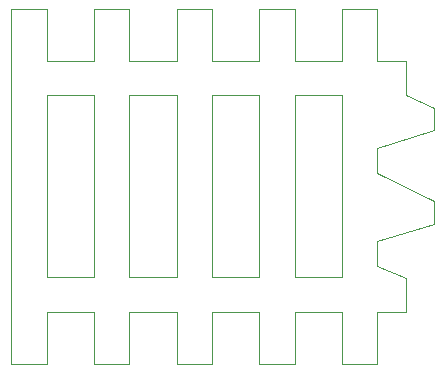
<source format=gbr>
%TF.GenerationSoftware,KiCad,Pcbnew,(6.0.9)*%
%TF.CreationDate,2023-04-18T10:07:27+02:00*%
%TF.ProjectId,midi-biels-2,6d696469-2d62-4696-956c-732d322e6b69,rev?*%
%TF.SameCoordinates,Original*%
%TF.FileFunction,Profile,NP*%
%FSLAX46Y46*%
G04 Gerber Fmt 4.6, Leading zero omitted, Abs format (unit mm)*
G04 Created by KiCad (PCBNEW (6.0.9)) date 2023-04-18 10:07:27*
%MOMM*%
%LPD*%
G01*
G04 APERTURE LIST*
%TA.AperFunction,Profile*%
%ADD10C,0.100000*%
%TD*%
G04 APERTURE END LIST*
D10*
X48100000Y-63450000D02*
X48100000Y-48050000D01*
X48100000Y-70750000D02*
X48100000Y-66350000D01*
X66100000Y-66350000D02*
X62100000Y-66350000D01*
X52100000Y-63450000D02*
X48100000Y-63450000D01*
X45100000Y-40750000D02*
X45100000Y-45150000D01*
X80900000Y-49100000D02*
X78500000Y-48050000D01*
X62100000Y-63450000D02*
X62100000Y-48050000D01*
X59100000Y-66350000D02*
X55100000Y-66350000D01*
X73100000Y-66350000D02*
X69100000Y-66350000D01*
X59100000Y-63450000D02*
X59100000Y-48050000D01*
X76100000Y-60400000D02*
X76100000Y-62500000D01*
X52100000Y-40750000D02*
X55100000Y-40750000D01*
X48100000Y-70750000D02*
X45100000Y-70750000D01*
X76100000Y-60400000D02*
X80900000Y-58900000D01*
X45100000Y-66350000D02*
X45100000Y-63450000D01*
X66100000Y-70750000D02*
X66100000Y-66350000D01*
X78500000Y-63550000D02*
X78500000Y-66350000D01*
X45100000Y-40750000D02*
X48100000Y-40750000D01*
X78500000Y-45150000D02*
X78500000Y-48050000D01*
X52100000Y-63450000D02*
X52100000Y-48050000D01*
X52100000Y-66350000D02*
X48100000Y-66350000D01*
X62100000Y-40750000D02*
X62100000Y-45150000D01*
X69100000Y-63450000D02*
X69100000Y-48050000D01*
X76100000Y-70750000D02*
X76100000Y-66350000D01*
X55100000Y-63450000D02*
X55100000Y-48050000D01*
X76100000Y-52500000D02*
X76100000Y-54600000D01*
X59100000Y-48050000D02*
X55100000Y-48050000D01*
X69100000Y-70750000D02*
X66100000Y-70750000D01*
X69100000Y-45150000D02*
X73100000Y-45150000D01*
X59100000Y-70750000D02*
X59100000Y-66350000D01*
X48100000Y-45150000D02*
X52100000Y-45150000D01*
X80900000Y-57000000D02*
X80900000Y-58900000D01*
X76100000Y-40750000D02*
X76100000Y-45150000D01*
X80900000Y-57000000D02*
X76100000Y-54600000D01*
X73100000Y-40750000D02*
X76100000Y-40750000D01*
X55100000Y-40750000D02*
X55100000Y-45150000D01*
X52100000Y-40750000D02*
X52100000Y-45150000D01*
X76100000Y-45150000D02*
X78500000Y-45150000D01*
X45100000Y-70750000D02*
X45100000Y-66350000D01*
X80900000Y-49100000D02*
X80900000Y-51000000D01*
X66100000Y-63450000D02*
X66100000Y-48050000D01*
X45100000Y-48050000D02*
X45100000Y-45150000D01*
X66100000Y-48050000D02*
X62100000Y-48050000D01*
X59100000Y-40750000D02*
X62100000Y-40750000D01*
X76100000Y-70750000D02*
X73100000Y-70750000D01*
X52100000Y-70750000D02*
X52100000Y-66350000D01*
X66100000Y-40750000D02*
X69100000Y-40750000D01*
X62100000Y-70750000D02*
X62100000Y-66350000D01*
X52100000Y-48050000D02*
X48100000Y-48050000D01*
X73100000Y-48050000D02*
X69100000Y-48050000D01*
X55100000Y-45150000D02*
X59100000Y-45150000D01*
X48100000Y-40750000D02*
X48100000Y-45150000D01*
X66100000Y-40750000D02*
X66100000Y-45150000D01*
X69100000Y-40750000D02*
X69100000Y-45150000D01*
X78500000Y-66350000D02*
X76100000Y-66350000D01*
X73100000Y-70750000D02*
X73100000Y-66350000D01*
X55100000Y-70750000D02*
X52100000Y-70750000D01*
X55100000Y-70750000D02*
X55100000Y-66350000D01*
X73100000Y-63450000D02*
X69100000Y-63450000D01*
X62100000Y-70750000D02*
X59100000Y-70750000D01*
X62100000Y-45150000D02*
X66100000Y-45150000D01*
X73100000Y-63450000D02*
X73100000Y-48050000D01*
X66100000Y-63450000D02*
X62100000Y-63450000D01*
X59100000Y-40750000D02*
X59100000Y-45150000D01*
X73100000Y-40750000D02*
X73100000Y-45150000D01*
X59100000Y-63450000D02*
X55100000Y-63450000D01*
X69100000Y-70750000D02*
X69100000Y-66350000D01*
X45100000Y-63450000D02*
X45100000Y-48050000D01*
X76100000Y-52500000D02*
X80900000Y-51000000D01*
X78500000Y-63550000D02*
X76100000Y-62500000D01*
M02*

</source>
